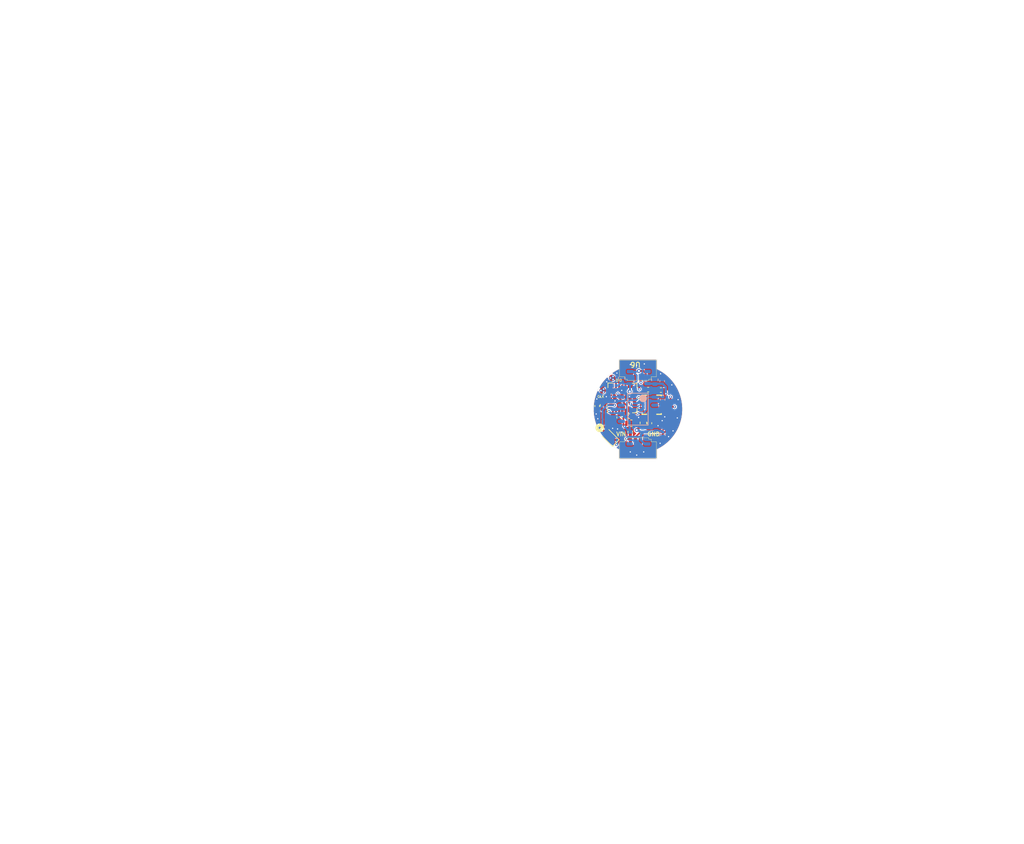
<source format=kicad_pcb>
(kicad_pcb (version 20221018) (generator pcbnew)
  (layers (0 "F.Cu" signal) (1 "In1.Cu" signal) (2 "In2.Cu" signal) (31 "B.Cu" signal) (34 "B.Paste" user) (35 "F.Paste" user) (36 "B.SilkS" user "B.Silkscreen") (37 "F.SilkS" user "F.Silkscreen") (38 "B.Mask" user) (39 "F.Mask" user) (44 "Edge.Cuts" user))
  (net 0 "")
  (net 1 "GND")
  (net 2 "/COS")
  (net 3 "/SIN")
  (net 7 "Net-(U2-PF2-NRST)")
  (net 8 "Net-(U2-PC14-OSC32_IN)")
  (net 12 "+3V3")
  (net 16 "/LED_GPIO")
  (net 17 "/TX")
  (net 18 "/RX")
  (net 19 "/SWDIO")
  (net 20 "/SWCLK")
  (net 21 "/+5V0")
  (net 22 "/UART1_DE")
  (net 23 "/Vin")
  (net 34 "Net-(D1-K)")
  (net 37 "/RS485+")
  (net 38 "/RS485-")
  (footprint "adapter-encoder:DF52-4S-0.8H(21)" (layer "F.Cu") (at 144.904448 106.637448 180)
    (fp_text reference "U6" (at 0.4 2 180 unlocked) (layer "F.SilkS") (effects (font (size 0.8 0.8))))
    (fp_text value "DF52-4S-0.8H(21)" hide)
    (pad "1" smd roundrect (at -1.2 0) (size 0.5 1) (layers "F.Cu" "F.Paste" "F.Mask") (net 23 "/Vin"))
    (pad "2" smd roundrect (at -0.4 0) (size 0.5 1) (layers "F.Cu" "F.Paste" "F.Mask") (net 37 "/RS485+"))
    (pad "3" smd roundrect (at 0.4 0) (size 0.5 1) (layers "F.Cu" "F.Paste" "F.Mask") (net 38 "/RS485-"))
    (pad "4" smd roundrect (at 1.2 0) (size 0.5 1) (layers "F.Cu" "F.Paste" "F.Mask") (net 1 "GND"))
    (pad "5" smd roundrect (at 2.45 1.92 180) (size 0.9 1.6) (layers "F.Cu" "F.Paste" "F.Mask") (net 1 "GND"))
    (pad "6" smd roundrect (at -2.45 1.92 180) (size 0.9 1.6) (layers "F.Cu" "F.Paste" "F.Mask") (net 1 "GND"))
  )
  (footprint "adapter-encoder:C_0402_1005Metric" (layer "F.Cu") (at 146.704448 113.837448 90)
    (fp_text reference "C18" hide)
    (fp_text value "100nF")
    (pad "1" smd roundrect (at -0.4 0 90) (size 0.4 0.5) (layers "F.Cu" "F.Paste" "F.Mask") (roundrect_rratio 0.0625) (net 23 "/Vin"))
    (pad "2" smd roundrect (at 0.4 0 90) (size 0.4 0.5) (layers "F.Cu" "F.Paste" "F.Mask") (roundrect_rratio 0.0625) (net 1 "GND"))
  )
  (footprint "adapter-encoder:C_0402_1005Metric" (layer "F.Cu") (at 138.504448 111.137448 90)
    (fp_text reference "C13" hide)
    (fp_text value "100nF")
    (pad "1" smd roundrect (at -0.4 0 90) (size 0.4 0.5) (layers "F.Cu" "F.Paste" "F.Mask") (roundrect_rratio 0.0625) (net 12 "+3V3"))
    (pad "2" smd roundrect (at 0.4 0 90) (size 0.4 0.5) (layers "F.Cu" "F.Paste" "F.Mask") (roundrect_rratio 0.0625) (net 1 "GND"))
  )
  (footprint "Capacitor_SMD:C_0402_1005Metric" (layer "F.Cu") (at 146.504448 108.562448 180)
    (fp_text reference "C6" hide)
    (fp_text value "100nF")
    (pad "1" smd roundrect (at -0.48 0 180) (size 0.56 0.62) (layers "F.Cu" "F.Paste" "F.Mask") (net 1 "GND"))
    (pad "2" smd roundrect (at 0.48 0 180) (size 0.56 0.62) (layers "F.Cu" "F.Paste" "F.Mask") (net 12 "+3V3"))
  )
  (footprint "adapter-encoder:UFQFPN28" (layer "F.Cu") (at 142.454448 109.937448 90)
    (fp_text reference "U2" hide)
    (fp_text value "STM32G031G6U6")
    (pad "1" smd roundrect (at -1.9 -1.5 90) (size 0.55 0.3) (layers "F.Cu" "F.Paste" "F.Mask") (roundrect_rratio 0.05) (chamfer_ratio 0.4) (chamfer top_right) (net 8 "Net-(U2-PC14-OSC32_IN)"))
    (pad "2" smd roundrect (at -1.9 -1 90) (size 0.55 0.3) (layers "F.Cu" "F.Paste" "F.Mask") (roundrect_rratio 0.05))
    (pad "3" smd roundrect (at -1.9 -0.5 90) (size 0.55 0.3) (layers "F.Cu" "F.Paste" "F.Mask") (roundrect_rratio 0.05) (net 12 "+3V3"))
    (pad "4" smd roundrect (at -1.9 0 90) (size 0.55 0.3) (layers "F.Cu" "F.Paste" "F.Mask") (roundrect_rratio 0.05) (net 1 "GND"))
    (pad "5" smd roundrect (at -1.9 0.5 90) (size 0.55 0.3) (layers "F.Cu" "F.Paste" "F.Mask") (roundrect_rratio 0.05) (net 7 "Net-(U2-PF2-NRST)"))
    (pad "6" smd roundrect (at -1.9 1 90) (size 0.55 0.3) (layers "F.Cu" "F.Paste" "F.Mask") (roundrect_rratio 0.05) (net 3 "/SIN"))
    (pad "7" smd roundrect (at -1.9 1.5 90) (size 0.55 0.3) (layers "F.Cu" "F.Paste" "F.Mask") (roundrect_rratio 0.05) (chamfer_ratio 0.4) (chamfer bottom_right) (net 2 "/COS"))
    (pad "8" smd roundrect (at -1.5 1.9 90) (size 0.3 0.55) (layers "F.Cu" "F.Paste" "F.Mask") (roundrect_rratio 0.05) (chamfer_ratio 0.4) (chamfer top_left) (net 17 "/TX"))
    (pad "9" smd roundrect (at -1 1.9 90) (size 0.3 0.55) (layers "F.Cu" "F.Paste" "F.Mask") (roundrect_rratio 0.05) (net 18 "/RX"))
    (pad "10" smd roundrect (at -0.5 1.9 90) (size 0.3 0.55) (layers "F.Cu" "F.Paste" "F.Mask") (roundrect_rratio 0.05))
    (pad "11" smd roundrect (at 0 1.9 90) (size 0.3 0.55) (layers "F.Cu" "F.Paste" "F.Mask") (roundrect_rratio 0.05))
    (pad "12" smd roundrect (at 0.5 1.9 90) (size 0.3 0.55) (layers "F.Cu" "F.Paste" "F.Mask") (roundrect_rratio 0.05))
    (pad "13" smd roundrect (at 1 1.9 90) (size 0.3 0.55) (layers "F.Cu" "F.Paste" "F.Mask") (roundrect_rratio 0.05))
    (pad "14" smd roundrect (at 1.5 1.9 90) (size 0.3 0.55) (layers "F.Cu" "F.Paste" "F.Mask") (roundrect_rratio 0.05) (chamfer_ratio 0.4) (chamfer top_right))
    (pad "15" smd roundrect (at 1.9 1.5 90) (size 0.55 0.3) (layers "F.Cu" "F.Paste" "F.Mask") (roundrect_rratio 0.05) (chamfer_ratio 0.4) (chamfer bottom_left))
    (pad "16" smd roundrect (at 1.9 1 90) (size 0.55 0.3) (layers "F.Cu" "F.Paste" "F.Mask") (roundrect_rratio 0.05))
    (pad "17" smd roundrect (at 1.9 0.5 90) (size 0.55 0.3) (layers "F.Cu" "F.Paste" "F.Mask") (roundrect_rratio 0.05) (net 22 "/UART1_DE"))
    (pad "18" smd roundrect (at 1.9 0 90) (size 0.55 0.3) (layers "F.Cu" "F.Paste" "F.Mask") (roundrect_rratio 0.05))
    (pad "19" smd roundrect (at 1.9 -0.5 90) (size 0.55 0.3) (layers "F.Cu" "F.Paste" "F.Mask") (roundrect_rratio 0.05))
    (pad "20" smd roundrect (at 1.9 -1 90) (size 0.55 0.3) (layers "F.Cu" "F.Paste" "F.Mask") (roundrect_rratio 0.05) (net 20 "/SWCLK"))
    (pad "21" smd roundrect (at 1.9 -1.5 90) (size 0.55 0.3) (layers "F.Cu" "F.Paste" "F.Mask") (roundrect_rratio 0.05) (chamfer_ratio 0.4) (chamfer top_left) (net 19 "/SWDIO"))
    (pad "22" smd roundrect (at 1.5 -1.9 90) (size 0.3 0.55) (layers "F.Cu" "F.Paste" "F.Mask") (roundrect_rratio 0.05) (chamfer_ratio 0.4) (chamfer bottom_right))
    (pad "23" smd roundrect (at 1 -1.9 90) (size 0.3 0.55) (layers "F.Cu" "F.Paste" "F.Mask") (roundrect_rratio 0.05))
    (pad "24" smd roundrect (at 0.5 -1.9 90) (size 0.3 0.55) (layers "F.Cu" "F.Paste" "F.Mask") (roundrect_rratio 0.05))
    (pad "25" smd roundrect (at 0 -1.9 90) (size 0.3 0.55) (layers "F.Cu" "F.Paste" "F.Mask") (roundrect_rratio 0.05))
    (pad "26" smd roundrect (at -0.5 -1.9 90) (size 0.3 0.55) (layers "F.Cu" "F.Paste" "F.Mask") (roundrect_rratio 0.05))
    (pad "27" smd roundrect (at -1 -1.9 90) (size 0.3 0.55) (layers "F.Cu" "F.Paste" "F.Mask") (roundrect_rratio 0.05) (net 16 "/LED_GPIO"))
    (pad "28" smd roundrect (at -1.5 -1.9 180) (size 0.55 0.3) (layers "F.Cu" "F.Paste" "F.Mask") (roundrect_rratio 0.05) (chamfer_ratio 0.4) (chamfer top_left))
  )
  (footprint "adapter-encoder:PAD-SMT-SMALL" (layer "F.Cu") (at 139.374448 108.712281 90)
    (fp_text reference "M1" hide)
    (fp_text value "THRU_HOLE_PAD")
    (pad "1" thru_hole circle (at -0.24 0.14 90) (size 0.45 0.45) (drill 0.2) (layers "*.Cu" "F.Mask") (net 19 "/SWDIO"))
    (pad "1" thru_hole circle (at 0 -0.28 90) (size 0.45 0.45) (drill 0.2) (layers "*.Cu" "F.Mask") (net 19 "/SWDIO"))
    (pad "1" smd circle (at 0 0 90) (size 1 1) (layers "F.Cu" "F.Paste" "F.Mask") (net 19 "/SWDIO"))
    (pad "1" thru_hole circle (at 0.24 0.14 90) (size 0.45 0.45) (drill 0.2) (layers "*.Cu" "F.Mask") (net 19 "/SWDIO"))
  )
  (footprint "adapter-encoder:R_0402_1005Metric" (layer "F.Cu") (at 149.279448 111.487448 90)
    (fp_text reference "R4" hide)
    (fp_text value "1k" hide)
    (pad "1" smd roundrect (at -0.375 0 90) (size 0.45 0.5) (layers "F.Cu" "F.Paste" "F.Mask") (net 1 "GND"))
    (pad "2" smd roundrect (at 0.375 0 90) (size 0.45 0.5) (layers "F.Cu" "F.Paste" "F.Mask") (net 37 "/RS485+"))
  )
  (footprint "adapter-encoder:C_0402_1005Metric" (layer "F.Cu") (at 143.704448 115.187448 90)
    (fp_text reference "C11" hide)
    (fp_text value "100nF")
    (pad "1" smd roundrect (at -0.4 0 90) (size 0.4 0.5) (layers "F.Cu" "F.Paste" "F.Mask") (roundrect_rratio 0.0625) (net 23 "/Vin"))
    (pad "2" smd roundrect (at 0.4 0 90) (size 0.4 0.5) (layers "F.Cu" "F.Paste" "F.Mask") (roundrect_rratio 0.0625) (net 1 "GND"))
  )
  (footprint "adapter-encoder:ECS-1633-480-BN-TR" (layer "F.Cu") (at 140.354448 113.237448)
    (fp_text reference "U5" hide)
    (fp_text value "C2901617" hide)
    (pad "1" smd roundrect (at -0.65 0.5 180) (size 0.8 0.7) (layers "F.Cu" "F.Paste" "F.Mask") (roundrect_rratio 0.01) (net 12 "+3V3") (clearance 0.0508))
    (pad "2" smd roundrect (at 0.65 0.5 180) (size 0.8 0.7) (layers "F.Cu" "F.Paste" "F.Mask") (roundrect_rratio 0.01) (net 1 "GND") (clearance 0.0508))
    (pad "3" smd roundrect (at 0.65 -0.5 180) (size 0.8 0.7) (layers "F.Cu" "F.Paste" "F.Mask") (roundrect_rratio 0.01) (net 8 "Net-(U2-PC14-OSC32_IN)") (clearance 0.0508))
    (pad "4" smd roundrect (at -0.65 -0.5 180) (size 0.8 0.7) (layers "F.Cu" "F.Paste" "F.Mask") (roundrect_rratio 0.01) (net 12 "+3V3") (clearance 0.0508))
  )
  (footprint "adapter-encoder:LED_0603_1608Metric" (layer "F.Cu") (at 140.379448 115.912448 135)
    (fp_text reference "D1" hide)
    (fp_text value "LED")
    (pad "1" smd roundrect (at -0.7875 0 135) (size 0.875 0.95) (layers "F.Cu" "F.Paste" "F.Mask") (net 34 "Net-(D1-K)"))
    (pad "2" smd roundrect (at 0.7875 0 135) (size 0.875 0.95) (layers "F.Cu" "F.Paste" "F.Mask") (net 16 "/LED_GPIO"))
  )
  (footprint "Capacitor_SMD:C_0402_1005Metric" (layer "F.Cu") (at 148.504448 108.637448)
    (fp_text reference "C7" hide)
    (fp_text value "100nF")
    (pad "1" smd roundrect (at -0.48 0) (size 0.56 0.62) (layers "F.Cu" "F.Paste" "F.Mask") (net 1 "GND"))
    (pad "2" smd roundrect (at 0.48 0) (size 0.56 0.62) (layers "F.Cu" "F.Paste" "F.Mask") (net 21 "/+5V0"))
  )
  (footprint "adapter-encoder:DF52-4S-0.8H(21)" (layer "F.Cu") (at 144.904448 116.637448)
    (fp_text reference "U3" hide)
    (fp_text value "DF52-4S-0.8H(21)" hide)
    (pad "1" smd roundrect (at -1.2 0 180) (size 0.5 1) (layers "F.Cu" "F.Paste" "F.Mask") (net 23 "/Vin"))
    (pad "2" smd roundrect (at -0.4 0 180) (size 0.5 1) (layers "F.Cu" "F.Paste" "F.Mask") (net 37 "/RS485+"))
    (pad "3" smd roundrect (at 0.4 0 180) (size 0.5 1) (layers "F.Cu" "F.Paste" "F.Mask") (net 38 "/RS485-"))
    (pad "4" smd roundrect (at 1.2 0 180) (size 0.5 1) (layers "F.Cu" "F.Paste" "F.Mask") (net 1 "GND"))
    (pad "5" smd roundrect (at 2.45 1.92) (size 0.9 1.6) (layers "F.Cu" "F.Paste" "F.Mask") (net 1 "GND"))
    (pad "6" smd roundrect (at -2.45 1.92) (size 0.9 1.6) (layers "F.Cu" "F.Paste" "F.Mask") (net 1 "GND"))
  )
  (footprint "adapter-encoder:THVD2410VDRCR" (layer "F.Cu") (at 147.054448 110.937448)
    (fp_text reference "IC1" hide)
    (fp_text value "THVD2410VDRCR" hide)
    (pad "1" smd rect (at -1.4 -1 90) (size 0.24 0.6) (layers "F.Cu" "F.Paste" "F.Mask") (net 12 "+3V3"))
    (pad "2" smd rect (at -1.4 -0.5 90) (size 0.24 0.6) (layers "F.Cu" "F.Paste" "F.Mask") (net 18 "/RX"))
    (pad "3" smd rect (at -1.4 0 90) (size 0.24 0.6) (layers "F.Cu" "F.Paste" "F.Mask") (net 22 "/UART1_DE"))
    (pad "4" smd rect (at -1.4 0.5 90) (size 0.24 0.6) (layers "F.Cu" "F.Paste" "F.Mask") (net 22 "/UART1_DE"))
    (pad "5" smd rect (at -1.4 1 90) (size 0.24 0.6) (layers "F.Cu" "F.Paste" "F.Mask") (net 17 "/TX"))
    (pad "6" smd rect (at 1.4 1 90) (size 0.24 0.6) (layers "F.Cu" "F.Paste" "F.Mask") (net 1 "GND"))
    (pad "7" smd rect (at 1.4 0.5 90) (size 0.24 0.6) (layers "F.Cu" "F.Paste" "F.Mask") (net 1 "GND"))
    (pad "8" smd rect (at 1.4 0 90) (size 0.24 0.6) (layers "F.Cu" "F.Paste" "F.Mask") (net 37 "/RS485+"))
    (pad "9" smd rect (at 1.4 -0.5 90) (size 0.24 0.6) (layers "F.Cu" "F.Paste" "F.Mask") (net 38 "/RS485-"))
    (pad "10" smd rect (at 1.4 -1 90) (size 0.24 0.6) (layers "F.Cu" "F.Paste" "F.Mask") (net 21 "/+5V0"))
    (pad "11" smd rect (at 0 0) (size 1.65 2.4) (layers "F.Cu" "F.Paste" "F.Mask") (net 1 "GND"))
    (pad "12" smd rect (at -0.25 1.45) (size 0.25 0.5) (layers "F.Cu" "F.Paste" "F.Mask") (net 1 "GND"))
    (pad "13" smd rect (at 0.25 1.45) (size 0.25 0.5) (layers "F.Cu" "F.Paste" "F.Mask") (net 1 "GND"))
    (pad "14" smd rect (at 0.25 -1.45) (size 0.25 0.5) (layers "F.Cu" "F.Paste" "F.Mask") (net 1 "GND"))
    (pad "15" smd rect (at -0.25 -1.45) (size 0.25 0.5) (layers "F.Cu" "F.Paste" "F.Mask") (net 1 "GND"))
  )
  (footprint "adapter-encoder:C_0402_1005Metric" (layer "F.Cu") (at 141.954448 112.937448 -90)
    (fp_text reference "C3" hide)
    (fp_text value "100nF")
    (pad "1" smd roundrect (at -0.4 0 270) (size 0.4 0.5) (layers "F.Cu" "F.Paste" "F.Mask") (roundrect_rratio 0.0625) (net 12 "+3V3"))
    (pad "2" smd roundrect (at 0.4 0 270) (size 0.4 0.5) (layers "F.Cu" "F.Paste" "F.Mask") (roundrect_rratio 0.0625) (net 1 "GND"))
  )
  (footprint "adapter-encoder:C_0603_1608Metric" (layer "F.Cu") (at 143.854448 113.837448)
    (fp_text reference "C1" hide)
    (fp_text value "4.7uF")
    (pad "1" smd roundrect (at -0.65 0) (size 0.6 0.8) (layers "F.Cu" "F.Paste" "F.Mask") (net 12 "+3V3"))
    (pad "2" smd roundrect (at 0.65 0) (size 0.6 0.8) (layers "F.Cu" "F.Paste" "F.Mask") (net 1 "GND"))
  )
  (footprint "adapter-encoder:PAD-SMT-SMALL" (layer "F.Cu") (at 140.854448 106.737448 90)
    (fp_text reference "M2" hide)
    (fp_text value "THRU_HOLE_PAD")
    (pad "1" thru_hole circle (at -0.24 0.14 90) (size 0.45 0.45) (drill 0.2) (layers "*.Cu" "F.Mask") (net 20 "/SWCLK"))
    (pad "1" thru_hole circle (at 0 -0.28 90) (size 0.45 0.45) (drill 0.2) (layers "*.Cu" "F.Mask") (net 20 "/SWCLK"))
    (pad "1" smd circle (at 0 0 90) (size 1 1) (layers "F.Cu" "F.Paste" "F.Mask") (net 20 "/SWCLK"))
    (pad "1" thru_hole circle (at 0.24 0.14 90) (size 0.45 0.45) (drill 0.2) (layers "*.Cu" "F.Mask") (net 20 "/SWCLK"))
  )
  (footprint "adapter-encoder:C_0603_1608Metric" (layer "F.Cu") (at 145.754448 113.787448 90)
    (fp_text reference "C8" hide)
    (fp_text value "4.7uF")
    (pad "1" smd roundrect (at -0.65 0 90) (size 0.6 0.8) (layers "F.Cu" "F.Paste" "F.Mask") (net 23 "/Vin"))
    (pad "2" smd roundrect (at 0.65 0 90) (size 0.6 0.8) (layers "F.Cu" "F.Paste" "F.Mask") (net 1 "GND"))
  )
  (footprint "adapter-encoder:C_0402_1005Metric" (layer "F.Cu") (at 143.504448 112.737448)
    (fp_text reference "C5" hide)
    (fp_text value "100nF")
    (pad "1" smd roundrect (at -0.4 0) (size 0.4 0.5) (layers "F.Cu" "F.Paste" "F.Mask") (roundrect_rratio 0.0625) (net 7 "Net-(U2-PF2-NRST)"))
    (pad "2" smd roundrect (at 0.4 0) (size 0.4 0.5) (layers "F.Cu" "F.Paste" "F.Mask") (roundrect_rratio 0.0625) (net 1 "GND"))
  )
  (footprint "adapter-encoder:R_0402_1005Metric" (layer "F.Cu") (at 149.279448 110.062448 90)
    (fp_text reference "R2" hide)
    (fp_text value "1k" hide)
    (pad "1" smd roundrect (at -0.375 0 90) (size 0.45 0.5) (layers "F.Cu" "F.Paste" "F.Mask") (net 38 "/RS485-"))
    (pad "2" smd roundrect (at 0.375 0 90) (size 0.45 0.5) (layers "F.Cu" "F.Paste" "F.Mask") (net 21 "/+5V0"))
  )
  (footprint "adapter-encoder:R_0402_1005Metric" (layer "F.Cu") (at 150.104448 110.737448 90)
    (fp_text reference "R3" hide)
    (fp_text value "120" hide)
    (pad "1" smd roundrect (at -0.375 0 90) (size 0.45 0.5) (layers "F.Cu" "F.Paste" "F.Mask") (net 37 "/RS485+"))
    (pad "2" smd roundrect (at 0.375 0 90) (size 0.45 0.5) (layers "F.Cu" "F.Paste" "F.Mask") (net 38 "/RS485-"))
  )
  (footprint "adapter-encoder:C_0603_1608Metric" (layer "F.Cu") (at 139.504448 111.037448 90)
    (fp_text reference "C12" hide)
    (fp_text value "4.7uF")
    (pad "1" smd roundrect (at -0.65 0 90) (size 0.6 0.8) (layers "F.Cu" "F.Paste" "F.Mask") (net 12 "+3V3"))
    (pad "2" smd roundrect (at 0.65 0 90) (size 0.6 0.8) (layers "F.Cu" "F.Paste" "F.Mask") (net 1 "GND"))
  )
  (footprint "adapter-encoder:C_0402_1005Metric" (layer "B.Cu") (at 148.829448 115.662448 -90)
    (fp_text reference "C9" hide)
    (fp_text value "100nF")
    (pad "1" smd roundrect (at -0.4 0 270) (size 0.4 0.5) (layers "B.Cu" "B.Paste" "B.Mask") (roundrect_rratio 0.0625) (net 23 "/Vin"))
    (pad "2" smd roundrect (at 0.4 0 270) (size 0.4 0.5) (layers "B.Cu" "B.Paste" "B.Mask") (roundrect_rratio 0.0625) (net 1 "GND"))
  )
  (footprint "adapter-encoder:C_0603_1608Metric" (layer "B.Cu") (at 142.354448 106.737448 90)
    (fp_text reference "C15" hide)
    (fp_text value "4.7uF")
    (pad "1" smd roundrect (at -0.65 0 90) (size 0.6 0.8) (layers "B.Cu" "B.Paste" "B.Mask") (net 23 "/Vin"))
    (pad "2" smd roundrect (at 0.65 0 90) (size 0.6 0.8) (layers "B.Cu" "B.Paste" "B.Mask") (net 1 "GND"))
  )
  (footprint "adapter-encoder:R_0402_1005Metric" (layer "B.Cu") (at 141.654448 116.112448 90)
    (fp_text reference "R1" hide)
    (fp_text value "Resistor" hide)
    (pad "1" smd roundrect (at -0.375 0 90) (size 0.45 0.5) (layers "B.Cu" "B.Paste" "B.Mask") (net 34 "Net-(D1-K)"))
    (pad "2" smd roundrect (at 0.375 0 90) (size 0.45 0.5) (layers "B.Cu" "B.Paste" "B.Mask") (net 1 "GND"))
  )
  (footprint "adapter-encoder:C_0402_1005Metric" (layer "B.Cu") (at 141.054448 109.287448 90)
    (fp_text reference "C4" hide)
    (fp_text value "100nF")
    (pad "1" smd roundrect (at -0.4 0 90) (size 0.4 0.5) (layers "B.Cu" "B.Paste" "B.Mask") (roundrect_rratio 0.0625) (net 3 "/SIN"))
    (pad "2" smd roundrect (at 0.4 0 90) (size 0.4 0.5) (layers "B.Cu" "B.Paste" "B.Mask") (roundrect_rratio 0.0625) (net 1 "GND"))
  )
  (footprint "adapter-encoder:SOT-23-5" (layer "B.Cu") (at 145.029448 106.687448)
    (fp_text reference "U7" hide)
    (fp_text value "SPX3819M5-L-3-3" hide)
    (pad "1" smd roundrect (at -1.375 0.95) (size 1 0.5) (layers "B.Cu" "B.Paste" "B.Mask") (net 23 "/Vin"))
    (pad "2" smd roundrect (at -1.375 0) (size 1 0.55) (layers "B.Cu" "B.Paste" "B.Mask") (net 1 "GND"))
    (pad "3" smd roundrect (at -1.375 -0.95) (size 1 0.55) (layers "B.Cu" "B.Paste" "B.Mask") (net 23 "/Vin"))
    (pad "4" smd roundrect (at 1.375 -0.95) (size 1 0.55) (layers "B.Cu" "B.Paste" "B.Mask"))
    (pad "5" smd roundrect (at 1.375 0.95) (size 1 0.55) (layers "B.Cu" "B.Paste" "B.Mask") (net 21 "/+5V0"))
  )
  (footprint "adapter-encoder:C_0603_1608Metric" (layer "B.Cu") (at 147.754448 115.712448 -90)
    (fp_text reference "C10" hide)
    (fp_text value "4.7uF")
    (pad "1" smd roundrect (at -0.65 0 270) (size 0.6 0.8) (layers "B.Cu" "B.Paste" "B.Mask") (net 23 "/Vin"))
    (pad "2" smd roundrect (at 0.65 0 270) (size 0.6 0.8) (layers "B.Cu" "B.Paste" "B.Mask") (net 1 "GND"))
  )
  (footprint "adapter-encoder:C_0603_1608Metric" (layer "B.Cu") (at 147.554448 107.037448 90)
    (fp_text reference "C17" hide)
    (fp_text value "4.7uF")
    (pad "1" smd roundrect (at -0.65 0 90) (size 0.6 0.8) (layers "B.Cu" "B.Paste" "B.Mask") (net 21 "/+5V0"))
    (pad "2" smd roundrect (at 0.65 0 90) (size 0.6 0.8) (layers "B.Cu" "B.Paste" "B.Mask") (net 1 "GND"))
  )
  (footprint "adapter-encoder:C_0402_1005Metric" (layer "B.Cu") (at 148.779448 110.137448 -90)
    (fp_text reference "C2" hide)
    (fp_text value "100nF")
    (pad "1" smd roundrect (at -0.4 0 270) (size 0.4 0.5) (layers "B.Cu" "B.Paste" "B.Mask") (roundrect_rratio 0.0625) (net 2 "/COS"))
    (pad "2" smd roundrect (at 0.4 0 270) (size 0.4 0.5) (layers "B.Cu" "B.Paste" "B.Mask") (roundrect_rratio 0.0625) (net 1 "GND"))
  )
  (footprint "adapter-encoder:C_0402_1005Metric" (layer "B.Cu") (at 141.054448 107.937448 180)
    (fp_text reference "C14" hide)
    (fp_text value "100nF")
    (pad "1" smd roundrect (at -0.4 0 180) (size 0.4 0.5) (layers "B.Cu" "B.Paste" "B.Mask") (roundrect_rratio 0.0625) (net 23 "/Vin"))
    (pad "2" smd roundrect (at 0.4 0 180) (size 0.4 0.5) (layers "B.Cu" "B.Paste" "B.Mask") (roundrect_rratio 0.0625) (net 1 "GND"))
  )
  (footprint "adapter-encoder:SOIC8-TLE5009" (layer "B.Cu") (at 144.904448 111.637448 180)
    (fp_text reference "U1" hide)
    (fp_text value "TLE5009E1000FUMA1")
    (pad "1" smd oval (at -2.625 1.905 90) (size 0.55 1.15) (layers "B.Cu" "B.Paste" "B.Mask") (net 2 "/COS"))
    (pad "2" smd oval (at -2.625 0.635 90) (size 0.55 1.15) (layers "B.Cu" "B.Paste" "B.Mask"))
    (pad "3" smd oval (at -2.625 -0.635 90) (size 0.55 1.15) (layers "B.Cu" "B.Paste" "B.Mask") (net 1 "GND"))
    (pad "4" smd oval (at -2.625 -1.905 90) (size 0.55 1.15) (layers "B.Cu" "B.Paste" "B.Mask") (net 1 "GND"))
    (pad "5" smd oval (at 2.625 -1.905 90) (size 0.55 1.15) (layers "B.Cu" "B.Paste" "B.Mask"))
    (pad "6" smd oval (at 2.625 -0.635 90) (size 0.55 1.15) (layers "B.Cu" "B.Paste" "B.Mask") (net 12 "+3V3"))
    (pad "7" smd oval (at 2.625 0.635 90) (size 0.55 1.15) (layers "B.Cu" "B.Paste" "B.Mask"))
    (pad "8" smd oval (at 2.625 1.905 90) (size 0.55 1.15) (layers "B.Cu" "B.Paste" "B.Mask") (net 3 "/SIN"))
  )
  (footprint "adapter-encoder:C_0402_1005Metric" (layer "B.Cu") (at 148.704448 107.237448 90)
    (fp_text reference "C16" hide)
    (fp_text value "100nF")
    (pad "1" smd roundrect (at -0.4 0 90) (size 0.4 0.5) (layers "B.Cu" "B.Paste" "B.Mask") (roundrect_rratio 0.0625) (net 21 "/+5V0"))
    (pad "2" smd roundrect (at 0.4 0 90) (size 0.4 0.5) (layers "B.Cu" "B.Paste" "B.Mask") (roundrect_rratio 0.0625) (net 1 "GND"))
  )
  (footprint "adapter-encoder:SOT-23-5" (layer "B.Cu") (at 144.979448 116.137448 180)
    (fp_text reference "U4" hide)
    (fp_text value "SPX3819M5-L-3-3" hide)
    (pad "1" smd roundrect (at -1.375 0.95 180) (size 1 0.5) (layers "B.Cu" "B.Paste" "B.Mask") (net 23 "/Vin"))
    (pad "2" smd roundrect (at -1.375 0 180) (size 1 0.55) (layers "B.Cu" "B.Paste" "B.Mask") (net 1 "GND"))
    (pad "3" smd roundrect (at -1.375 -0.95 180) (size 1 0.55) (layers "B.Cu" "B.Paste" "B.Mask") (net 23 "/Vin"))
    (pad "4" smd roundrect (at 1.375 -0.95 180) (size 1 0.55) (layers "B.Cu" "B.Paste" "B.Mask"))
    (pad "5" smd roundrect (at 1.375 0.95 180) (size 1 0.55) (layers "B.Cu" "B.Paste" "B.Mask") (net 12 "+3V3"))
  )
  (gr_line (start 147.90446 117.962127) (end 147.90446 119.462127) (stroke (width 0.0254)) (layer "Edge.Cuts"))
  (gr_line (start 141.90446 103.813017) (end 147.90446 103.813017) (stroke (width 0.0254)) (layer "Edge.Cuts"))
  (gr_line (start 141.90446 105.313017) (end 141.90446 103.813017) (stroke (width 0.0254)) (layer "Edge.Cuts"))
  (gr_arc (start 147.90446 105.313017) (mid 151.904458 111.637571) (end 147.90446 117.962127) (stroke (width 0.0254)) (layer "Edge.Cuts"))
  (gr_arc (start 141.90446 117.962127) (mid 137.904458 111.637571) (end 141.90446 105.313017) (stroke (width 0.0254)) (layer "Edge.Cuts"))
  (gr_line (start 147.90446 119.462127) (end 141.90446 119.462127) (stroke (width 0.0254)) (layer "Edge.Cuts"))
  (gr_line (start 147.90446 103.813017) (end 147.90446 105.313017) (stroke (width 0.0254)) (layer "Edge.Cuts"))
  (gr_line (start 141.90446 119.462127) (end 141.90446 117.962127) (stroke (width 0.0254)) (layer "Edge.Cuts"))
  (gr_text "DIO" (at 141.379448 107.337448) (layer "F.SilkS") (effects (font (size 0.381 0.381) (thickness 0.0762) bold) (justify left bottom)))
  (gr_text "VIN" (at 141.429448 115.912448) (layer "F.SilkS") (effects (font (size 0.635 0.635) (thickness 0.127) bold) (justify left bottom)))
  (gr_text "GND\n" (at 146.304448 115.912448) (layer "F.SilkS") (effects (font (size 0.635 0.635) (thickness 0.127) bold) (justify left bottom)))
  (gr_text "CLK" (at 138.504448 109.887448) (layer "F.SilkS") (effects (font (size 0.381 0.381) (thickness 0.0762) bold) (justify left bottom)))
  (via (at 141.602448 105.973248) (size 0.45) (drill 0.2) (layers "F.Cu" "B.Cu") (net 1))
  (via (at 144.704448 104.737448) (size 0.45) (drill 0.2) (layers "F.Cu" "B.Cu") (net 1))
  (via (at 148.379448 116.987448) (size 0.45) (drill 0.2) (layers "F.Cu" "B.Cu") (net 1))
  (via (at 141.704448 114.737448) (size 0.45) (drill 0.2) (layers "F.Cu" "B.Cu") (net 1))
  (via (at 140.929448 114.637448) (size 0.45) (drill 0.2) (layers "F.Cu" "B.Cu") (net 1))
  (via (at 141.304448 110.337448) (size 0.45) (drill 0.2) (layers "F.Cu" "B.Cu") (net 1))
  (via (at 138.954448 109.687448) (size 0.45) (drill 0.2) (layers "F.Cu" "B.Cu") (net 1))
  (via (at 149.704448 115.937448) (size 0.45) (drill 0.2) (layers "F.Cu" "B.Cu") (net 1))
  (via (at 145.804448 118.337448) (size 0.45) (drill 0.2) (layers "F.Cu" "B.Cu") (net 1))
  (via (at 140.004448 107.337448) (size 0.45) (drill 0.2) (layers "F.Cu" "B.Cu") (net 1))
  (via (at 142.304448 115.237448) (size 0.45) (drill 0.2) (layers "F.Cu" "B.Cu") (net 1))
  (via (at 148.054048 114.228248) (size 0.45) (drill 0.2) (layers "F.Cu" "B.Cu") (net 1))
  (via (at 145.004448 112.937448) (size 0.45) (drill 0.2) (layers "F.Cu" "B.Cu") (net 1))
  (via (at 143.704448 118.337448) (size 0.45) (drill 0.2) (layers "F.Cu" "B.Cu") (net 1))
  (via (at 138.704448 114.012448) (size 0.45) (drill 0.2) (layers "F.Cu" "B.Cu") (net 1))
  (via (at 149.104448 112.837448) (size 0.45) (drill 0.2) (layers "F.Cu" "B.Cu") (net 1))
  (via (at 144.704448 118.837448) (size 0.45) (drill 0.2) (layers "F.Cu" "B.Cu") (net 1))
  (via (at 150.404448 115.037448) (size 0.45) (drill 0.2) (layers "F.Cu" "B.Cu") (net 1))
  (via (at 148.704448 113.437448) (size 0.45) (drill 0.2) (layers "F.Cu" "B.Cu") (net 1))
  (via (at 139.940347 109.669538) (size 0.45) (drill 0.2) (layers "F.Cu" "B.Cu") (net 1))
  (via (at 145.904448 104.537448) (size 0.45) (drill 0.2) (layers "F.Cu" "B.Cu") (net 1))
  (via (at 142.354448 108.687448) (size 0.45) (drill 0.2) (layers "F.Cu" "B.Cu") (net 1))
  (via (at 143.704448 104.637448) (size 0.45) (drill 0.2) (layers "F.Cu" "B.Cu") (net 1))
  (via (at 138.354448 112.387448) (size 0.45) (drill 0.2) (layers "F.Cu" "B.Cu") (net 1))
  (via (at 148.454448 106.087448) (size 0.45) (drill 0.2) (layers "F.Cu" "B.Cu") (net 1))
  (via (at 138.454448 110.037448) (size 0.45) (drill 0.2) (layers "F.Cu" "B.Cu") (net 1))
  (via (at 150.213048 107.827448) (size 0.45) (drill 0.2) (layers "F.Cu" "B.Cu") (net 1))
  (via (at 138.604448 113.137448) (size 0.45) (drill 0.2) (layers "F.Cu" "B.Cu") (net 1))
  (via (at 151.076648 113.009048) (size 0.45) (drill 0.2) (layers "F.Cu" "B.Cu") (net 1))
  (via (at 151.204448 110.137448) (size 0.45) (drill 0.2) (layers "F.Cu" "B.Cu") (net 1))
  (via (at 143.579448 109.662448) (size 0.45) (drill 0.2) (layers "F.Cu" "B.Cu") (net 1))
  (segment (start 144.854448 112.287448) (end 144.404448 112.287448) (width 0.25) (layer "F.Cu") (net 2))
  (segment (start 144.404448 112.287448) (end 143.954448 111.837448) (width 0.25) (layer "F.Cu") (net 2))
  (via (at 144.854448 112.287448) (size 0.45) (drill 0.2) (layers "F.Cu" "B.Cu") (net 2))
  (segment (start 146.229448 111.762448) (end 146.229448 109.962448) (width 0.25) (layer "B.Cu") (net 2))
  (segment (start 145.704448 112.287448) (end 146.229448 111.762448) (width 0.25) (layer "B.Cu") (net 2))
  (segment (start 148.774448 109.732448) (end 148.779448 109.737448) (width 0.25) (layer "B.Cu") (net 2))
  (segment (start 146.229448 109.962448) (end 146.459448 109.732448) (width 0.25) (layer "B.Cu") (net 2))
  (segment (start 147.529448 109.732448) (end 148.774448 109.732448) (width 0.25) (layer "B.Cu") (net 2))
  (segment (start 146.459448 109.732448) (end 147.529448 109.732448) (width 0.25) (layer "B.Cu") (net 2))
  (segment (start 144.854448 112.287448) (end 145.704448 112.287448) (width 0.25) (layer "B.Cu") (net 2))
  (segment (start 143.454448 111.387448) (end 141.754448 109.687448) (width 0.25) (layer "F.Cu") (net 3))
  (segment (start 141.754448 109.687448) (end 141.754448 109.237448) (width 0.25) (layer "F.Cu") (net 3))
  (segment (start 143.454448 111.837448) (end 143.454448 111.387448) (width 0.25) (layer "F.Cu") (net 3))
  (via (at 141.754448 109.237448) (size 0.45) (drill 0.2) (layers "F.Cu" "B.Cu") (net 3))
  (segment (start 141.784448 109.237448) (end 142.279448 109.732448) (width 0.25) (layer "B.Cu") (net 3))
  (segment (start 142.234448 109.687448) (end 141.054448 109.687448) (width 0.254) (layer "B.Cu") (net 3))
  (segment (start 142.279448 109.732448) (end 142.234448 109.687448) (width 0.254) (layer "B.Cu") (net 3))
  (segment (start 141.754448 109.237448) (end 141.784448 109.237448) (width 0.25) (layer "B.Cu") (net 3))
  (segment (start 142.954448 112.587448) (end 143.104448 112.737448) (width 0.254) (layer "F.Cu") (net 7))
  (segment (start 142.954448 111.837448) (end 142.954448 112.587448) (width 0.254) (layer "F.Cu") (net 7))
  (segment (start 140.954448 111.837448) (end 140.954448 112.687448) (width 0.254) (layer "F.Cu") (net 8))
  (segment (start 140.954448 112.687448) (end 141.004448 112.737448) (width 0.254) (layer "F.Cu") (net 8))
  (segment (start 145.154448 109.937448) (end 145.654448 109.937448) (width 0.254) (layer "F.Cu") (net 12))
  (segment (start 143.204448 113.912448) (end 143.204448 113.837448) (width 0.381) (layer "F.Cu") (net 12))
  (segment (start 145.654448 109.287448) (end 146.024448 108.917448) (width 0.254) (layer "F.Cu") (net 12))
  (segment (start 145.029448 109.812448) (end 145.154448 109.937448) (width 0.254) (layer "F.Cu") (net 12))
  (segment (start 139.354448 111.537448) (end 139.504448 111.687448) (width 0.381) (layer "F.Cu") (net 12))
  (segment (start 139.704448 111.887448) (end 139.504448 111.687448) (width 0.381) (layer "F.Cu") (net 12))
  (segment (start 142.791948 114.324948) (end 142.629448 114.162448) (width 0.25) (layer "F.Cu") (net 12))
  (segment (start 139.704448 113.737448) (end 139.704448 111.887448) (width 0.381) (layer "F.Cu") (net 12))
  (segment (start 142.429448 112.812448) (end 142.154448 112.537448) (width 0.25) (layer "F.Cu") (net 12))
  (segment (start 139.804448 111.987448) (end 140.354448 111.987448) (width 0.254) (layer "F.Cu") (net 12))
  (segment (start 142.154448 112.537448) (end 141.954448 112.537448) (width 0.25) (layer "F.Cu") (net 12))
  (segment (start 139.504448 111.687448) (end 139.804448 111.987448) (width 0.254) (layer "F.Cu") (net 12))
  (segment (start 142.629448 114.162448) (end 142.629448 113.054878) (width 0.25) (layer "F.Cu") (net 12))
  (segment (start 142.791948 114.324948) (end 143.204448 113.912448) (width 0.381) (layer "F.Cu") (net 12))
  (segment (start 145.654448 109.937448) (end 145.654448 109.287448) (width 0.254) (layer "F.Cu") (net 12))
  (segment (start 142.429448 112.854878) (end 142.429448 112.812448) (width 0.25) (layer "F.Cu") (net 12))
  (segment (start 138.504448 111.537448) (end 139.354448 111.537448) (width 0.381) (layer "F.Cu") (net 12))
  (segment (start 146.024448 108.917448) (end 146.024448 108.562448) (width 0.254) (layer "F.Cu") (net 12))
  (segment (start 141.954448 112.537448) (end 141.954448 111.837448) (width 0.25) (layer "F.Cu") (net 12))
  (segment (start 142.629448 113.054878) (end 142.429448 112.854878) (width 0.25) (layer "F.Cu") (net 12))
  (via (at 142.791948 114.324948) (size 0.45) (drill 0.2) (layers "F.Cu" "B.Cu") (net 12))
  (via (at 142.429448 112.812448) (size 0.45) (drill 0.2) (layers "F.Cu" "B.Cu") (net 12))
  (via (at 140.354448 111.987448) (size 0.45) (drill 0.2) (layers "F.Cu" "B.Cu") (net 12))
  (via (at 145.029448 109.812448) (size 0.45) (drill 0.2) (layers "F.Cu" "B.Cu") (net 12))
  (segment (start 143.604448 115.187448) (end 143.604448 113.597448) (width 0.381) (layer "B.Cu") (net 12))
  (segment (start 142.269448 112.262448) (end 140.629448 112.262448) (width 0.3048) (layer "B.Cu") (net 12))
  (segment (start 142.429448 112.812448) (end 142.254448 112.637448) (width 0.25) (layer "B.Cu") (net 12))
  (segment (start 143.577039 110.237448) (end 143.204448 110.610039) (width 0.3048) (layer "B.Cu") (net 12))
  (segment (start 142.849448 112.842448) (end 142.279448 112.272448) (width 0.381) (layer "B.Cu") (net 12))
  (segment (start 145.029448 109.812448) (end 144.604448 110.237448) (width 0.3048) (layer "B.Cu") (net 12))
  (segment (start 142.849448 112.842448) (end 142.269448 112.262448) (width 0.3048) (layer "B.Cu") (net 12))
  (segment (start 142.791948 114.374948) (end 143.604448 115.187448) (width 0.381) (layer "B.Cu") (net 12))
  (segment (start 140.629448 112.262448) (end 140.354448 111.987448) (width 0.3048) (layer "B.Cu") (net 12))
  (segment (start 142.254448 112.637448) (end 142.254448 112.297448) (width 0.25) (layer "B.Cu") (net 12))
  (segment (start 142.791948 114.324948) (end 142.791948 114.374948) (width 0.381) (layer "B.Cu") (net 12))
  (segment (start 143.604448 113.597448) (end 142.849448 112.842448) (width 0.381) (layer "B.Cu") (net 12))
  (segment (start 143.204448 112.487448) (end 142.849448 112.842448) (width 0.3048) (layer "B.Cu") (net 12))
  (segment (start 143.204448 110.610039) (end 143.204448 112.487448) (width 0.3048) (layer "B.Cu") (net 12))
  (segment (start 142.254448 112.297448) (end 142.279448 112.272448) (width 0.25) (layer "B.Cu") (net 12))
  (segment (start 144.604448 110.237448) (end 143.577039 110.237448) (width 0.3048) (layer "B.Cu") (net 12))
  (segment (start 140.554448 110.937448) (end 141.154448 110.937448) (width 0.3048) (layer "F.Cu") (net 16))
  (segment (start 141.154448 110.937448) (end 141.229448 111.012448) (width 0.3048) (layer "F.Cu") (net 16))
  (segment (start 139.304448 114.812448) (end 139.822601 115.330601) (width 0.3048) (layer "F.Cu") (net 16))
  (segment (start 139.822601 115.330601) (end 139.822601 115.355601) (width 0.3048) (layer "F.Cu") (net 16))
  (via (at 141.229448 111.012448) (size 0.45) (drill 0.2) (layers "F.Cu" "B.Cu") (net 16))
  (via (at 139.304448 114.812448) (size 0.45) (drill 0.2) (layers "F.Cu" "B.Cu") (net 16))
  (segment (start 139.304448 114.812448) (end 139.354448 114.762448) (width 0.3048) (layer "B.Cu") (net 16))
  (segment (start 139.354448 111.737448) (end 140.079448 111.012448) (width 0.3048) (layer "B.Cu") (net 16))
  (segment (start 139.354448 114.762448) (end 139.354448 111.737448) (width 0.3048) (layer "B.Cu") (net 16))
  (segment (start 140.079448 111.012448) (end 141.229448 111.012448) (width 0.3048) (layer "B.Cu") (net 16))
  (segment (start 144.704448 111.437448) (end 145.204448 111.937448) (width 0.25) (layer "F.Cu") (net 17))
  (segment (start 144.354448 111.437448) (end 144.704448 111.437448) (width 0.25) (layer "F.Cu") (net 17))
  (segment (start 145.204448 111.937448) (end 145.654448 111.937448) (width 0.25) (layer "F.Cu") (net 17))
  (segment (start 145.154448 110.437448) (end 145.654448 110.437448) (width 0.25) (layer "F.Cu") (net 18))
  (segment (start 144.354448 110.937448) (end 144.654448 110.937448) (width 0.25) (layer "F.Cu") (net 18))
  (segment (start 144.654448 110.937448) (end 145.154448 110.437448) (width 0.25) (layer "F.Cu") (net 18))
  (segment (start 139.374448 108.712281) (end 139.374448 108.267448) (width 0.254) (layer "F.Cu") (net 19))
  (segment (start 139.754448 107.887448) (end 140.804448 107.887448) (width 0.254) (layer "F.Cu") (net 19))
  (segment (start 140.804448 107.887448) (end 140.954448 108.037448) (width 0.254) (layer "F.Cu") (net 19))
  (segment (start 139.374448 108.267448) (end 139.754448 107.887448) (width 0.254) (layer "F.Cu") (net 19))
  (segment (start 141.454448 106.982281) (end 140.984448 106.512281) (width 0.254) (layer "F.Cu") (net 20))
  (segment (start 141.454448 108.037448) (end 141.454448 106.982281) (width 0.254) (layer "F.Cu") (net 20))
  (segment (start 149.273248 108.926248) (end 148.984448 108.637448) (width 0.4) (layer "F.Cu") (net 21))
  (segment (start 149.029448 109.937448) (end 149.279448 109.687448) (width 0.254) (layer "F.Cu") (net 21))
  (segment (start 149.029448 108.682448) (end 149.029448 109.437448) (width 0.254) (layer "F.Cu") (net 21))
  (segment (start 149.273248 109.199048) (end 149.273248 108.926248) (width 0.4) (layer "F.Cu") (net 21))
  (segment (start 148.454448 109.937448) (end 149.029448 109.937448) (width 0.254) (layer "F.Cu") (net 21))
  (segment (start 148.984448 108.637448) (end 149.029448 108.682448) (width 0.254) (layer "F.Cu") (net 21))
  (segment (start 149.029448 109.437448) (end 149.279448 109.687448) (width 0.254) (layer "F.Cu") (net 21))
  (via (at 149.273248 109.199048) (size 0.45) (drill 0.2) (layers "F.Cu" "B.Cu") (net 21))
  (segment (start 148.73951 107.637448) (end 148.704448 107.637448) (width 0.381) (layer "B.Cu") (net 21))
  (segment (start 149.273248 108.171186) (end 148.73951 107.637448) (width 0.381) (layer "B.Cu") (net 21))
  (segment (start 149.273248 109.199048) (end 149.273248 108.171186) (width 0.381) (layer "B.Cu") (net 21))
  (segment (start 148.704448 107.637448) (end 146.404448 107.637448) (width 0.381) (layer "B.Cu") (net 21))
  (segment (start 145.654448 110.937448) (end 145.367581 110.937448) (width 0.25) (layer "F.Cu") (net 22))
  (segment (start 143.727448 110.81185) (end 142.954448 110.03885) (width 0.25) (layer "F.Cu") (net 22))
  (segment (start 145.654448 111.437448) (end 145.379029 111.437448) (width 0.25) (layer "F.Cu") (net 22))
  (segment (start 145.367581 110.937448) (end 145.123305 111.181724) (width 0.25) (layer "F.Cu") (net 22))
  (segment (start 142.954448 110.03885) (end 142.954448 108.037448) (width 0.25) (layer "F.Cu") (net 22))
  (segment (start 145.379029 111.437448) (end 145.123305 111.181724) (width 0.25) (layer "F.Cu") (net 22))
  (via (at 145.123305 111.181724) (size 0.45) (drill 0.2) (layers "F.Cu" "B.Cu") (net 22))
  (via (at 143.727448 110.81185) (size 0.45) (drill 0.2) (layers "F.Cu" "B.Cu") (net 22))
  (segment (start 144.098724 111.181724) (end 145.123305 111.181724) (width 0.25) (layer "B.Cu") (net 22))
  (segment (start 143.72885 110.81185) (end 144.098724 111.181724) (width 0.25) (layer "B.Cu") (net 22))
  (segment (start 143.727448 110.81185) (end 143.72885 110.81185) (width 0.25) (layer "B.Cu") (net 22))
  (segment (start 145.754448 105.637448) (end 146.104448 105.987448) (width 0.3048) (layer "F.Cu") (net 23))
  (segment (start 145.179448 114.437448) (end 145.754448 114.437448) (width 0.381) (layer "F.Cu") (net 23))
  (segment (start 143.704448 115.887448) (end 143.704448 115.587448) (width 0.381) (layer "F.Cu") (net 23))
  (segment (start 143.104448 116.287448) (end 143.304448 116.287448) (width 0.381) (layer "F.Cu") (net 23))
  (segment (start 144.704448 114.912448) (end 145.179448 114.437448) (width 0.381) (layer "F.Cu") (net 23))
  (segment (start 145.054448 105.637448) (end 145.754448 105.637448) (width 0.3048) (layer "F.Cu") (net 23))
  (segment (start 146.704448 114.237448) (end 145.954448 114.237448) (width 0.3048) (layer "F.Cu") (net 23))
  (segment (start 146.104448 105.987448) (end 146.104448 106.637448) (width 0.3048) (layer "F.Cu") (net 23))
  (segment (start 145.954448 114.237448) (end 145.754448 114.437448) (width 0.3048) (layer "F.Cu") (net 23))
  (segment (start 143.304448 116.287448) (end 143.704448 115.887448) (width 0.381) (layer "F.Cu") (net 23))
  (segment (start 143.704448 116.637448) (end 143.704448 115.587448) (width 0.381) (layer "F.Cu") (net 23))
  (via (at 143.604448 108.862448) (size 0.6096) (drill 0.3048) (layers "F.Cu" "B.Cu") (net 23))
  (via (at 144.704448 114.912448) (size 0.6096) (drill 0.3048) (layers "F.Cu" "B.Cu") (net 23))
  (via (at 143.104448 116.287448) (size 0.45) (drill 0.2) (layers "F.Cu" "B.Cu") (net 23))
  (via (at 145.054448 105.637448) (size 0.6096) (drill 0.3048) (layers "F.Cu" "B.Cu") (net 23))
  (segment (start 145.829448 115.187448) (end 146.354448 115.187448) (width 0.381) (layer "B.Cu") (net 23))
  (segment (start 146.354448 117.087448) (end 145.954448 117.087448) (width 0.381) (layer "B.Cu") (net 23))
  (segment (start 143.654448 108.812448) (end 143.654448 107.637448) (width 0.3048) (layer "B.Cu") (net 23))
  (segment (start 145.379448 115.637448) (end 145.829448 115.187448) (width 0.381) (layer "B.Cu") (net 23))
  (segment (start 142.604448 107.637448) (end 142.354448 107.387448) (width 0.3048) (layer "B.Cu") (net 23))
  (segment (start 144.979448 114.912448) (end 145.254448 115.187448) (width 0.381) (layer "B.Cu") (net 23))
  (segment (start 147.629448 115.187448) (end 147.754448 115.062448) (width 0.381) (layer "B.Cu") (net 23))
  (segment (start 141.804448 107.937448) (end 142.354448 107.387448) (width 0.3048) (layer "B.Cu") (net 23))
  (segment (start 145.379448 116.512448) (end 145.379448 116.012448) (width 0.381) (layer "B.Cu") (net 23))
  (segment (start 145.054448 105.637448) (end 144.954448 105.737448) (width 0.3048) (layer "B.Cu") (net 23))
  (segment (start 143.654448 107.637448) (end 144.254448 107.637448) (width 0.3048) (layer "B.Cu") (net 23))
  (segment (start 144.254448 107.637448) (end 144.704448 107.187448) (width 0.3048) (layer "B.Cu") (net 23))
  (segment (start 145.379448 116.012448) (end 145.379448 115.637448) (width 0.381) (layer "B.Cu") (net 23))
  (segment (start 148.629448 115.062448) (end 148.829448 115.262448) (width 0.381) (layer "B.Cu") (net 23))
  (segment (start 144.704448 106.337448) (end 144.104448 105.737448) (width 0.3048) (layer "B.Cu") (net 23))
  (segment (start 144.704448 107.187448) (end 144.704448 106.337448) (width 0.3048) (layer "B.Cu") (net 23))
  (segment (start 144.104448 105.737448) (end 143.654448 105.737448) (width 0.3048) (layer "B.Cu") (net 23))
  (segment (start 143.604448 108.862448) (end 143.654448 108.812448) (width 0.3048) (layer "B.Cu") (net 23))
  (segment (start 141.454448 107.937448) (end 141.804448 107.937448) (width 0.3048) (layer "B.Cu") (net 23))
  (segment (start 144.704448 114.912448) (end 144.979448 114.912448) (width 0.381) (layer "B.Cu") (net 23))
  (segment (start 143.104448 116.287448) (end 143.379448 116.012448) (width 0.381) (layer "B.Cu") (net 23))
  (segment (start 143.379448 116.012448) (end 145.379448 116.012448) (width 0.381) (layer "B.Cu") (net 23))
  (segment (start 145.954448 117.087448) (end 145.379448 116.512448) (width 0.381) (layer "B.Cu") (net 23))
  (segment (start 143.654448 107.637448) (end 142.604448 107.637448) (width 0.3048) (layer "B.Cu") (net 23))
  (segment (start 146.354448 115.187448) (end 147.629448 115.187448) (width 0.381) (layer "B.Cu") (net 23))
  (segment (start 147.754448 115.062448) (end 148.629448 115.062448) (width 0.381) (layer "B.Cu") (net 23))
  (segment (start 144.954448 105.737448) (end 143.654448 105.737448) (width 0.3048) (layer "B.Cu") (net 23))
  (segment (start 145.254448 115.187448) (end 146.354448 115.187448) (width 0.381) (layer "B.Cu") (net 23))
  (segment (start 140.936295 116.594295) (end 140.936295 116.469295) (width 0.3048) (layer "F.Cu") (net 34))
  (segment (start 141.529448 117.187448) (end 140.936295 116.594295) (width 0.3048) (layer "F.Cu") (net 34))
  (via (at 141.529448 117.187448) (size 0.45) (drill 0.2) (layers "F.Cu" "B.Cu") (net 34))
  (segment (start 141.529448 117.187448) (end 141.654448 117.062448) (width 0.3048) (layer "B.Cu") (net 34))
  (segment (start 141.654448 117.062448) (end 141.654448 116.487448) (width 0.3048) (layer "B.Cu") (net 34))
  (segment (start 149.229274 113.878413) (end 149.232326 113.878414) (width 0.254) (layer "F.Cu") (net 37))
  (segment (start 149.235148 114.494948) (end 149.235149 114.491894) (width 0.254) (layer "F.Cu") (net 37))
  (segment (start 149.232326 113.878414) (end 149.540479 114.186567) (width 0.254) (layer "F.Cu") (net 37))
  (segment (start 149.816481 113.141689) (end 149.814322 113.13953) (width 0.254) (layer "F.Cu") (net 37))
  (segment (start 149.814322 112.712048) (end 149.816481 112.709889) (width 0.254) (layer "F.Cu") (net 37))
  (segment (start 150.104448 112.70773) (end 150.104448 111.112448) (width 0.254) (layer "F.Cu") (net 37))
  (segment (start 150.104448 113.625648) (end 150.104448 113.143848) (width 0.254) (layer "F.Cu") (net 37))
  (segment (start 144.504448 116.012448) (end 145.304448 115.212448) (width 0.254) (layer "F.Cu") (net 37))
  (segment (start 148.454448 110.937448) (end 149.104448 110.937448) (width 0.2032) (layer "F.Cu") (net 37))
  (segment (start 150.254448 111.262448) (end 150.104448 111.112448) (width 0.3048) (layer "F.Cu") (net 37))
  (segment (start 144.504448 116.637448) (end 144.504448 116.012448) (width 0.254) (layer "F.Cu") (net 37))
  (segment (start 149.104448 110.937448) (end 149.279448 111.112448) (width 0.2032) (layer "F.Cu") (net 37))
  (segment (start 145.304448 107.362448) (end 145.304448 106.637448) (width 0.3048) (layer "F.Cu") (net 37))
  (segment (start 145.379448 107.437448) (end 145.304448 107.362448) (width 0.3048) (layer "F.Cu") (net 37))
  (segment (start 150.654448 111.262448) (end 150.254448 111.262448) (width 0.3048) (layer "F.Cu") (net 37))
  (segment (start 149.814322 113.13953) (end 149.814322 112.712048) (width 0.254) (layer "F.Cu") (net 37))
  (segment (start 150.104448 113.143848) (end 150.102289 113.141689) (width 0.254) (layer "F.Cu") (net 37))
  (segment (start 149.543533 114.186566) (end 150.104448 113.625648) (width 0.254) (layer "F.Cu") (net 37))
  (segment (start 149.279448 111.112448) (end 150.104448 111.112448) (width 0.254) (layer "F.Cu") (net 37))
  (segment (start 150.102289 112.709889) (end 150.104448 112.70773) (width 0.254) (layer "F.Cu") (net 37))
  (segment (start 148.926996 114.18069) (end 149.229274 113.878413) (width 0.254) (layer "F.Cu") (net 37))
  (segment (start 149.235149 114.491894) (end 148.926997 114.183742) (width 0.254) (layer "F.Cu") (net 37))
  (segment (start 149.540479 114.186567) (end 149.543533 114.186566) (width 0.254) (layer "F.Cu") (net 37))
  (segment (start 149.816481 112.709889) (end 150.102289 112.709889) (width 0.254) (layer "F.Cu") (net 37))
  (segment (start 148.517648 115.212448) (end 149.235148 114.494948) (width 0.254) (layer "F.Cu") (net 37))
  (segment (start 148.926997 114.183742) (end 148.926996 114.18069) (width 0.254) (layer "F.Cu") (net 37))
  (segment (start 150.102289 113.141689) (end 149.816481 113.141689) (width 0.254) (layer "F.Cu") (net 37))
  (segment (start 145.304448 115.212448) (end 148.517648 115.212448) (width 0.254) (layer "F.Cu") (net 37))
  (via (at 145.379448 107.437448) (size 0.45) (drill 0.2) (layers "F.Cu" "B.Cu") (net 37))
  (via (at 150.654448 111.262448) (size 0.45) (drill 0.2) (layers "F.Cu" "B.Cu") (net 37))
  (segment (start 148.628305 115.712448) (end 150.536248 113.804505) (width 0.254) (layer "F.Cu") (net 38))
  (segment (start 151.236248 111.884248) (end 151.236248 111.069248) (width 0.254) (layer "F.Cu") (net 38))
  (segment (start 145.107648 108.487848) (end 145.107648 108.165648) (width 0.3048) (layer "F.Cu") (net 38))
  (segment (start 145.304448 116.087448) (end 145.679448 115.712448) (width 0.254) (layer "F.Cu") (net 38))
  (segment (start 150.529448 110.362448) (end 150.104448 110.362448) (width 0.254) (layer "F.Cu") (net 38))
  (segment (start 144.504448 107.562448) (end 144.504448 106.637448) (width 0.3048) (layer "F.Cu") (net 38))
  (segment (start 145.679448 115.712448) (end 148.628305 115.712448) (width 0.254) (layer "F.Cu") (net 38))
  (segment (start 150.004448 110.262448) (end 150.104448 110.362448) (width 0.3048) (layer "F.Cu") (net 38))
  (segment (start 151.236248 111.069248) (end 150.529448 110.362448) (width 0.254) (layer "F.Cu") (net 38))
  (segment (start 145.304448 116.637448) (end 145.304448 116.087448) (width 0.254) (layer "F.Cu") (net 38))
  (segment (start 148.454448 110.437448) (end 149.279448 110.437448) (width 0.2032) (layer "F.Cu") (net 38))
  (segment (start 150.004448 109.712448) (end 150.004448 110.262448) (width 0.3048) (layer "F.Cu") (net 38))
  (segment (start 149.279448 110.437448) (end 150.029448 110.437448) (width 0.2032) (layer "F.Cu") (net 38))
  (segment (start 150.536248 113.804505) (end 150.536248 112.584248) (width 0.254) (layer "F.Cu") (net 38))
  (segment (start 145.107648 108.165648) (end 144.504448 107.562448) (width 0.3048) (layer "F.Cu") (net 38))
  (segment (start 150.029448 110.437448) (end 150.104448 110.362448) (width 0.2032) (layer "F.Cu") (net 38))
  (segment (start 150.536248 112.584248) (end 151.236248 111.884248) (width 0.254) (layer "F.Cu") (net 38))
  (via (at 145.107648 108.487848) (size 0.45) (drill 0.2) (layers "F.Cu" "B.Cu") (net 38))
  (via (at 150.004448 109.712448) (size 0.45) (drill 0.2) (layers "F.Cu" "B.Cu") (net 38))
  (zone (net 1) (net_name "GND") (layers "F.Cu" "In1.Cu" "In2.Cu" "B.Cu") (connect_pads yes (clearance 0.1524)) (min_thickness 0.2032) (fill yes (thermal_gap 0.5) (thermal_bridge_width 0.5))
    (polygon (pts (xy 44.846065 47.459909) (xy 44.846065 179.859909) (xy 205.456065 179.859909) (xy 205.456065 47.459909)))
  )
)
</source>
